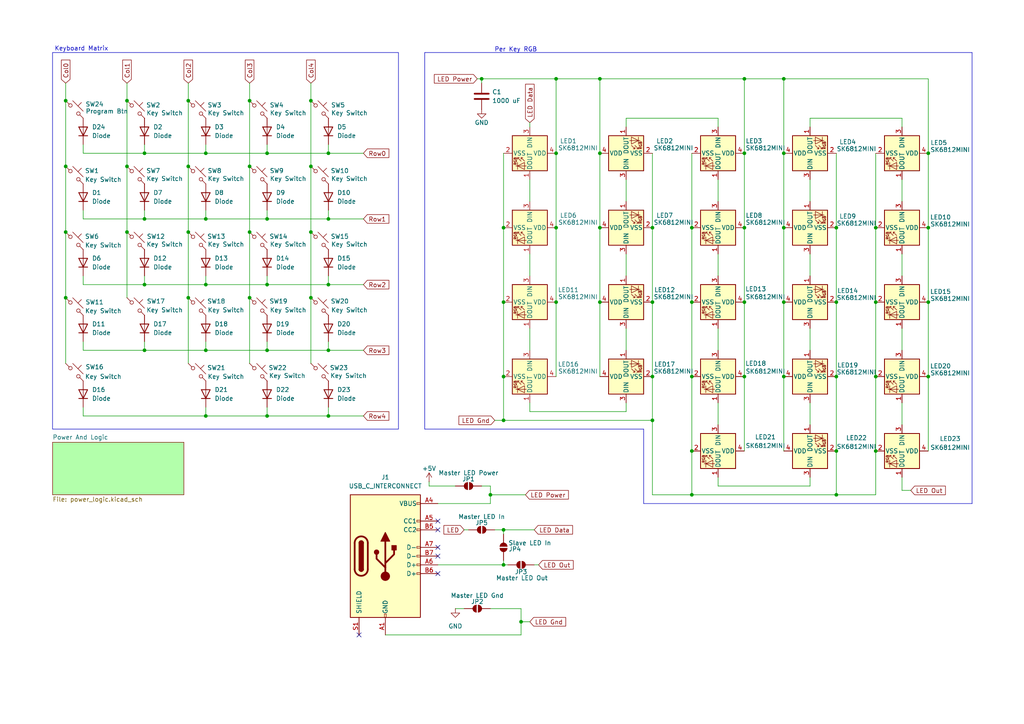
<source format=kicad_sch>
(kicad_sch (version 20250114) (generator "eeschema") (generator_version "9.0")
  (paper "A4")
  (lib_symbols
    (symbol "Connector:USB_C_Receptacle_USB2.0_14P" (pin_names (offset 1.016))
      (property "Reference" "J" (at 0 22.225 0))
      (property "Value" "USB_C_Receptacle_USB2.0_14P" (at 0 19.685 0))
      (symbol "USB_C_Receptacle_USB2.0_14P_1_1"
        (pin passive line (at -7.62 -22.86 90) (length 5.08) (name "SHIELD") (number "S1"))
        (pin passive line (at 0 -22.86 90) (length 5.08) (name "GND") (number "A1"))
        (pin passive line (at 0 -22.86 90) (length 5.08) (hide yes) (name "GND") (number "A12"))
        (pin passive line (at 0 -22.86 90) (length 5.08) (hide yes) (name "GND") (number "B1"))
        (pin passive line (at 0 -22.86 90) (length 5.08) (hide yes) (name "GND") (number "B12"))
        (pin passive line (at 15.24 15.24 180) (length 5.08) (name "VBUS") (number "A4"))
        (pin passive line (at 15.24 15.24 180) (length 5.08) (hide yes) (name "VBUS") (number "A9"))
        (pin passive line (at 15.24 15.24 180) (length 5.08) (hide yes) (name "VBUS") (number "B4"))
        (pin passive line (at 15.24 15.24 180) (length 5.08) (hide yes) (name "VBUS") (number "B9"))
        (pin bidirectional line (at 15.24 10.16 180) (length 5.08) (name "CC1") (number "A5"))
        (pin bidirectional line (at 15.24 7.62 180) (length 5.08) (name "CC2") (number "B5"))
        (pin bidirectional line (at 15.24 2.54 180) (length 5.08) (name "D-") (number "A7"))
        (pin bidirectional line (at 15.24 0 180) (length 5.08) (name "D-") (number "B7"))
        (pin bidirectional line (at 15.24 -2.54 180) (length 5.08) (name "D+") (number "A6"))
        (pin bidirectional line (at 15.24 -5.08 180) (length 5.08) (name "D+") (number "B6"))
      )
    )
    (symbol "Device:C" (pin_numbers (hide yes)) (pin_names (offset 0.254))
      (property "Reference" "C" (at 0.635 2.54 0))
      (property "Value" "C" (at 0.635 -2.54 0))
      (symbol "C_1_1"
        (pin passive line (at 0 3.81 270) (length 2.794) (name "~") (number "1"))
        (pin passive line (at 0 -3.81 90) (length 2.794) (name "~") (number "2"))
      )
    )
    (symbol "Diode:1N4148W" (pin_numbers (hide yes)) (pin_names (hide yes))
      (property "Reference" "D" (at 0 2.54 0))
      (property "Value" "1N4148W" (at 0 -2.54 0))
      (symbol "1N4148W_1_1"
        (pin passive line (at -3.81 0 0) (length 2.54) (name "K") (number "1"))
        (pin passive line (at 3.81 0 180) (length 2.54) (name "A") (number "2"))
      )
    )
    (symbol "Jumper:SolderJumper_2_Open" (pin_numbers (hide yes)) (pin_names (offset 0) (hide yes)) (in_bom no)
      (property "Reference" "JP" (at 0 2.032 0))
      (property "Value" "SolderJumper_2_Open" (at 0 -2.54 0))
      (symbol "SolderJumper_2_Open_1_1"
        (pin passive line (at -3.81 0 0) (length 2.54) (name "A") (number "1"))
        (pin passive line (at 3.81 0 180) (length 2.54) (name "B") (number "2"))
      )
    )
    (symbol "LED:SK6812MINI" (pin_names (offset 0.254))
      (property "Reference" "D" (at 5.08 5.715 0))
      (property "Value" "SK6812MINI" (at 1.27 -5.715 0))
      (symbol "SK6812MINI_0_0"
        (text "RGB" (at 2.286 -4.191 0) (effects (font (size 0.762 0.762))))
      )
      (symbol "SK6812MINI_1_1"
        (pin input line (at -7.62 0 0) (length 2.54) (name "DIN") (number "3"))
        (pin power_in line (at 0 7.62 270) (length 2.54) (name "VDD") (number "4"))
        (pin power_in line (at 0 -7.62 90) (length 2.54) (name "VSS") (number "2"))
        (pin output line (at 7.62 0 180) (length 2.54) (name "DOUT") (number "1"))
      )
    )
    (symbol "Switch:SW_Push_45deg" (pin_numbers (hide yes)) (pin_names (offset 1.016) (hide yes))
      (property "Reference" "SW" (at 3.048 1.016 0))
      (property "Value" "SW_Push_45deg" (at 0 -3.81 0))
      (symbol "SW_Push_45deg_0_1"
        (pin passive line (at -2.54 2.54 0) (length 0) (name "1") (number "1"))
        (pin passive line (at 2.54 -2.54 180) (length 0) (name "2") (number "2"))
      )
    )
    (symbol "power:+5V" (power) (pin_numbers (hide yes)) (pin_names (offset 0) (hide yes))
      (property "Value" "+5V" (at 0 3.556 0))
      (symbol "+5V_1_1"
        (pin power_in line (at 0 0 90) (length 0) (name "~") (number "1"))
      )
    )
    (symbol "power:GND" (power) (pin_numbers (hide yes)) (pin_names (offset 0) (hide yes))
      (property "Value" "GND" (at 0 -3.81 0))
      (symbol "GND_1_1"
        (pin power_in line (at 0 0 270) (length 0) (name "~") (number "1"))
      )
    )
  )
  (rectangle (start 15.24 15.24) (end 115.57 124.46))
  (text "Keyboard Matrix" (at 23.622 14.224 0) (effects (font (size 1.27 1.27))))
  (text "Per Key RGB\n" (at 149.606 14.478 0) (effects (font (size 1.27 1.27))))
  (junction (at 254 130.81))
  (junction (at 200.66 130.81))
  (junction (at 242.57 66.04))
  (junction (at 189.23 109.22))
  (junction (at 146.05 163.83))
  (junction (at 146.05 121.92))
  (junction (at 59.69 44.45))
  (junction (at 200.66 87.63))
  (junction (at 19.05 86.36))
  (junction (at 77.47 82.55))
  (junction (at 54.61 86.36))
  (junction (at 90.17 29.21))
  (junction (at 200.66 109.22))
  (junction (at 173.99 22.86))
  (junction (at 173.99 87.63))
  (junction (at 95.25 120.65))
  (junction (at 173.99 66.04))
  (junction (at 151.13 180.34))
  (junction (at 227.33 66.04))
  (junction (at 41.91 63.5))
  (junction (at 254 109.22))
  (junction (at 146.05 109.22))
  (junction (at 36.83 29.21))
  (junction (at 41.91 101.6))
  (junction (at 242.57 87.63))
  (junction (at 242.57 143.51))
  (junction (at 189.23 66.04))
  (junction (at 19.05 67.31))
  (junction (at 90.17 86.36))
  (junction (at 59.69 82.55))
  (junction (at 77.47 63.5))
  (junction (at 139.7 22.86))
  (junction (at 77.47 101.6))
  (junction (at 19.05 29.21))
  (junction (at 269.24 109.22))
  (junction (at 161.29 22.86))
  (junction (at 146.05 66.04))
  (junction (at 189.23 121.92))
  (junction (at 269.24 66.04))
  (junction (at 95.25 44.45))
  (junction (at 59.69 63.5))
  (junction (at 95.25 101.6))
  (junction (at 227.33 44.45))
  (junction (at 215.9 87.63))
  (junction (at 72.39 86.36))
  (junction (at 90.17 67.31))
  (junction (at 215.9 109.22))
  (junction (at 72.39 29.21))
  (junction (at 95.25 63.5))
  (junction (at 215.9 66.04))
  (junction (at 36.83 48.26))
  (junction (at 54.61 67.31))
  (junction (at 41.91 82.55))
  (junction (at 189.23 87.63))
  (junction (at 146.05 153.67))
  (junction (at 19.05 48.26))
  (junction (at 142.24 143.51))
  (junction (at 54.61 48.26))
  (junction (at 161.29 44.45))
  (junction (at 77.47 44.45))
  (junction (at 90.17 48.26))
  (junction (at 200.66 66.04))
  (junction (at 72.39 48.26))
  (junction (at 227.33 87.63))
  (junction (at 242.57 130.81))
  (junction (at 242.57 109.22))
  (junction (at 95.25 82.55))
  (junction (at 215.9 44.45))
  (junction (at 54.61 29.21))
  (junction (at 59.69 120.65))
  (junction (at 269.24 44.45))
  (junction (at 254 66.04))
  (junction (at 269.24 87.63))
  (junction (at 200.66 143.51))
  (junction (at 146.05 87.63))
  (junction (at 215.9 22.86))
  (junction (at 227.33 22.86))
  (junction (at 227.33 109.22))
  (junction (at 77.47 120.65))
  (junction (at 41.91 44.45))
  (junction (at 59.69 101.6))
  (junction (at 173.99 44.45))
  (junction (at 36.83 67.31))
  (junction (at 161.29 66.04))
  (junction (at 254 87.63))
  (junction (at 161.29 87.63))
  (junction (at 72.39 67.31))
  (no_connect (at 127 153.67))
  (no_connect (at 127 166.37))
  (no_connect (at 104.14 184.15))
  (no_connect (at 127 158.75))
  (no_connect (at 127 161.29))
  (no_connect (at 127 151.13))
  (wire (pts (xy 269.24 66.04) (xy 269.24 87.63)))
  (wire (pts (xy 227.33 44.45) (xy 227.33 66.04)))
  (wire (pts (xy 72.39 67.31) (xy 72.39 86.36)))
  (wire (pts (xy 200.66 44.45) (xy 200.66 66.04)))
  (polyline (pts (xy 186.69 146.05) (xy 186.69 124.46)))
  (wire (pts (xy 227.33 22.86) (xy 227.33 44.45)))
  (wire (pts (xy 261.62 95.25) (xy 261.62 101.6)))
  (wire (pts (xy 151.13 176.53) (xy 151.13 180.34)))
  (wire (pts (xy 189.23 87.63) (xy 189.23 109.22)))
  (wire (pts (xy 261.62 138.43) (xy 261.62 142.24)))
  (wire (pts (xy 72.39 24.13) (xy 72.39 29.21)))
  (wire (pts (xy 146.05 153.67) (xy 154.94 153.67)))
  (wire (pts (xy 146.05 66.04) (xy 146.05 87.63)))
  (wire (pts (xy 142.24 143.51) (xy 152.4 143.51)))
  (wire (pts (xy 36.83 67.31) (xy 36.83 86.36)))
  (wire (pts (xy 72.39 86.36) (xy 72.39 105.41)))
  (wire (pts (xy 269.24 44.45) (xy 269.24 66.04)))
  (wire (pts (xy 208.28 52.07) (xy 208.28 58.42)))
  (wire (pts (xy 95.25 44.45) (xy 105.41 44.45)))
  (wire (pts (xy 132.08 176.53) (xy 134.62 176.53)))
  (wire (pts (xy 72.39 29.21) (xy 72.39 48.26)))
  (wire (pts (xy 173.99 22.86) (xy 173.99 44.45)))
  (wire (pts (xy 261.62 34.29) (xy 261.62 36.83)))
  (wire (pts (xy 173.99 44.45) (xy 173.99 66.04)))
  (wire (pts (xy 215.9 22.86) (xy 215.9 44.45)))
  (wire (pts (xy 181.61 34.29) (xy 208.28 34.29)))
  (wire (pts (xy 181.61 73.66) (xy 181.61 80.01)))
  (wire (pts (xy 208.28 73.66) (xy 208.28 80.01)))
  (wire (pts (xy 59.69 63.5) (xy 77.47 63.5)))
  (wire (pts (xy 208.28 140.97) (xy 234.95 140.97)))
  (wire (pts (xy 24.13 99.06) (xy 24.13 101.6)))
  (wire (pts (xy 153.67 35.56) (xy 153.67 36.83)))
  (wire (pts (xy 242.57 143.51) (xy 200.66 143.51)))
  (wire (pts (xy 269.24 109.22) (xy 269.24 130.81)))
  (wire (pts (xy 19.05 29.21) (xy 19.05 48.26)))
  (wire (pts (xy 90.17 24.13) (xy 90.17 29.21)))
  (wire (pts (xy 95.25 99.06) (xy 95.25 101.6)))
  (wire (pts (xy 161.29 87.63) (xy 161.29 109.22)))
  (wire (pts (xy 95.25 118.11) (xy 95.25 120.65)))
  (wire (pts (xy 54.61 48.26) (xy 54.61 67.31)))
  (wire (pts (xy 173.99 66.04) (xy 173.99 87.63)))
  (wire (pts (xy 200.66 143.51) (xy 189.23 143.51)))
  (wire (pts (xy 254 130.81) (xy 254 143.51)))
  (wire (pts (xy 36.83 29.21) (xy 36.83 48.26)))
  (wire (pts (xy 181.61 116.84) (xy 181.61 119.38)))
  (wire (pts (xy 215.9 109.22) (xy 215.9 130.81)))
  (wire (pts (xy 208.28 116.84) (xy 208.28 123.19)))
  (wire (pts (xy 261.62 73.66) (xy 261.62 80.01)))
  (wire (pts (xy 41.91 99.06) (xy 41.91 101.6)))
  (wire (pts (xy 59.69 82.55) (xy 77.47 82.55)))
  (wire (pts (xy 200.66 109.22) (xy 200.66 130.81)))
  (wire (pts (xy 215.9 87.63) (xy 215.9 109.22)))
  (wire (pts (xy 269.24 87.63) (xy 269.24 109.22)))
  (wire (pts (xy 41.91 82.55) (xy 59.69 82.55)))
  (wire (pts (xy 139.7 22.86) (xy 161.29 22.86)))
  (wire (pts (xy 95.25 120.65) (xy 105.41 120.65)))
  (wire (pts (xy 77.47 101.6) (xy 95.25 101.6)))
  (wire (pts (xy 72.39 48.26) (xy 72.39 67.31)))
  (wire (pts (xy 59.69 101.6) (xy 77.47 101.6)))
  (wire (pts (xy 24.13 44.45) (xy 41.91 44.45)))
  (wire (pts (xy 146.05 153.67) (xy 146.05 154.94)))
  (wire (pts (xy 234.95 95.25) (xy 234.95 101.6)))
  (wire (pts (xy 261.62 116.84) (xy 261.62 123.19)))
  (wire (pts (xy 95.25 60.96) (xy 95.25 63.5)))
  (wire (pts (xy 77.47 99.06) (xy 77.47 101.6)))
  (wire (pts (xy 146.05 163.83) (xy 147.32 163.83)))
  (wire (pts (xy 215.9 44.45) (xy 215.9 66.04)))
  (wire (pts (xy 142.24 140.97) (xy 142.24 143.51)))
  (wire (pts (xy 95.25 82.55) (xy 105.41 82.55)))
  (wire (pts (xy 146.05 153.67) (xy 143.51 153.67)))
  (wire (pts (xy 269.24 22.86) (xy 269.24 44.45)))
  (wire (pts (xy 41.91 101.6) (xy 59.69 101.6)))
  (wire (pts (xy 77.47 60.96) (xy 77.47 63.5)))
  (wire (pts (xy 59.69 80.01) (xy 59.69 82.55)))
  (wire (pts (xy 261.62 142.24) (xy 264.16 142.24)))
  (wire (pts (xy 234.95 34.29) (xy 261.62 34.29)))
  (wire (pts (xy 77.47 41.91) (xy 77.47 44.45)))
  (wire (pts (xy 111.76 184.15) (xy 151.13 184.15)))
  (wire (pts (xy 143.51 121.92) (xy 146.05 121.92)))
  (wire (pts (xy 215.9 66.04) (xy 215.9 87.63)))
  (wire (pts (xy 189.23 44.45) (xy 189.23 66.04)))
  (wire (pts (xy 90.17 67.31) (xy 90.17 86.36)))
  (wire (pts (xy 41.91 41.91) (xy 41.91 44.45)))
  (wire (pts (xy 200.66 66.04) (xy 200.66 87.63)))
  (wire (pts (xy 153.67 116.84) (xy 153.67 119.38)))
  (wire (pts (xy 19.05 86.36) (xy 19.05 105.41)))
  (wire (pts (xy 77.47 63.5) (xy 95.25 63.5)))
  (wire (pts (xy 151.13 184.15) (xy 151.13 180.34)))
  (wire (pts (xy 254 44.45) (xy 254 66.04)))
  (wire (pts (xy 24.13 82.55) (xy 41.91 82.55)))
  (wire (pts (xy 127 163.83) (xy 146.05 163.83)))
  (wire (pts (xy 59.69 41.91) (xy 59.69 44.45)))
  (wire (pts (xy 59.69 44.45) (xy 77.47 44.45)))
  (wire (pts (xy 24.13 80.01) (xy 24.13 82.55)))
  (wire (pts (xy 24.13 41.91) (xy 24.13 44.45)))
  (wire (pts (xy 77.47 118.11) (xy 77.47 120.65)))
  (wire (pts (xy 254 87.63) (xy 254 109.22)))
  (wire (pts (xy 24.13 101.6) (xy 41.91 101.6)))
  (wire (pts (xy 242.57 130.81) (xy 242.57 143.51)))
  (wire (pts (xy 153.67 119.38) (xy 181.61 119.38)))
  (wire (pts (xy 227.33 66.04) (xy 227.33 87.63)))
  (wire (pts (xy 90.17 29.21) (xy 90.17 48.26)))
  (wire (pts (xy 124.46 140.97) (xy 132.08 140.97)))
  (wire (pts (xy 135.89 153.67) (xy 134.62 153.67)))
  (wire (pts (xy 181.61 95.25) (xy 181.61 101.6)))
  (wire (pts (xy 254 109.22) (xy 254 130.81)))
  (wire (pts (xy 234.95 140.97) (xy 234.95 138.43)))
  (wire (pts (xy 139.7 24.13) (xy 139.7 22.86)))
  (wire (pts (xy 153.67 95.25) (xy 153.67 101.6)))
  (polyline (pts (xy 123.19 15.24) (xy 281.94 15.24)))
  (wire (pts (xy 234.95 36.83) (xy 234.95 34.29)))
  (wire (pts (xy 234.95 52.07) (xy 234.95 58.42)))
  (wire (pts (xy 95.25 41.91) (xy 95.25 44.45)))
  (wire (pts (xy 41.91 44.45) (xy 59.69 44.45)))
  (wire (pts (xy 77.47 44.45) (xy 95.25 44.45)))
  (wire (pts (xy 77.47 82.55) (xy 95.25 82.55)))
  (wire (pts (xy 161.29 22.86) (xy 161.29 44.45)))
  (wire (pts (xy 189.23 121.92) (xy 146.05 121.92)))
  (wire (pts (xy 41.91 63.5) (xy 59.69 63.5)))
  (wire (pts (xy 254 66.04) (xy 254 87.63)))
  (wire (pts (xy 146.05 109.22) (xy 146.05 121.92)))
  (polyline (pts (xy 123.19 15.24) (xy 123.19 124.46)))
  (wire (pts (xy 181.61 52.07) (xy 181.61 58.42)))
  (wire (pts (xy 24.13 120.65) (xy 59.69 120.65)))
  (wire (pts (xy 151.13 180.34) (xy 153.67 180.34)))
  (wire (pts (xy 142.24 140.97) (xy 139.7 140.97)))
  (wire (pts (xy 161.29 66.04) (xy 161.29 87.63)))
  (wire (pts (xy 161.29 44.45) (xy 161.29 66.04)))
  (wire (pts (xy 95.25 101.6) (xy 105.41 101.6)))
  (polyline (pts (xy 281.94 146.05) (xy 186.69 146.05)))
  (polyline (pts (xy 186.69 124.46) (xy 123.19 124.46)))
  (wire (pts (xy 261.62 52.07) (xy 261.62 58.42)))
  (wire (pts (xy 36.83 48.26) (xy 36.83 67.31)))
  (wire (pts (xy 54.61 86.36) (xy 54.61 105.41)))
  (wire (pts (xy 77.47 80.01) (xy 77.47 82.55)))
  (wire (pts (xy 156.21 163.83) (xy 154.94 163.83)))
  (wire (pts (xy 54.61 29.21) (xy 54.61 48.26)))
  (wire (pts (xy 215.9 22.86) (xy 227.33 22.86)))
  (wire (pts (xy 208.28 138.43) (xy 208.28 140.97)))
  (wire (pts (xy 234.95 73.66) (xy 234.95 80.01)))
  (wire (pts (xy 146.05 44.45) (xy 146.05 66.04)))
  (wire (pts (xy 242.57 109.22) (xy 242.57 130.81)))
  (wire (pts (xy 242.57 44.45) (xy 242.57 66.04)))
  (wire (pts (xy 138.43 22.86) (xy 139.7 22.86)))
  (wire (pts (xy 142.24 143.51) (xy 142.24 146.05)))
  (wire (pts (xy 189.23 109.22) (xy 189.23 121.92)))
  (wire (pts (xy 41.91 60.96) (xy 41.91 63.5)))
  (wire (pts (xy 54.61 67.31) (xy 54.61 86.36)))
  (wire (pts (xy 19.05 67.31) (xy 19.05 86.36)))
  (wire (pts (xy 200.66 130.81) (xy 200.66 143.51)))
  (wire (pts (xy 146.05 162.56) (xy 146.05 163.83)))
  (wire (pts (xy 173.99 87.63) (xy 173.99 109.22)))
  (wire (pts (xy 19.05 48.26) (xy 19.05 67.31)))
  (wire (pts (xy 181.61 36.83) (xy 181.61 34.29)))
  (wire (pts (xy 59.69 120.65) (xy 77.47 120.65)))
  (wire (pts (xy 242.57 66.04) (xy 242.57 87.63)))
  (wire (pts (xy 227.33 109.22) (xy 227.33 130.81)))
  (wire (pts (xy 95.25 80.01) (xy 95.25 82.55)))
  (wire (pts (xy 189.23 66.04) (xy 189.23 87.63)))
  (wire (pts (xy 77.47 120.65) (xy 95.25 120.65)))
  (wire (pts (xy 41.91 80.01) (xy 41.91 82.55)))
  (wire (pts (xy 24.13 63.5) (xy 41.91 63.5)))
  (wire (pts (xy 200.66 87.63) (xy 200.66 109.22)))
  (wire (pts (xy 59.69 99.06) (xy 59.69 101.6)))
  (wire (pts (xy 161.29 22.86) (xy 173.99 22.86)))
  (wire (pts (xy 142.24 176.53) (xy 151.13 176.53)))
  (wire (pts (xy 59.69 60.96) (xy 59.69 63.5)))
  (wire (pts (xy 95.25 63.5) (xy 105.41 63.5)))
  (wire (pts (xy 146.05 87.63) (xy 146.05 109.22)))
  (wire (pts (xy 24.13 118.11) (xy 24.13 120.65)))
  (polyline (pts (xy 281.94 15.24) (xy 281.94 146.05)))
  (wire (pts (xy 208.28 34.29) (xy 208.28 36.83)))
  (wire (pts (xy 142.24 146.05) (xy 127 146.05)))
  (wire (pts (xy 254 143.51) (xy 242.57 143.51)))
  (wire (pts (xy 54.61 24.13) (xy 54.61 29.21)))
  (wire (pts (xy 242.57 87.63) (xy 242.57 109.22)))
  (wire (pts (xy 173.99 22.86) (xy 215.9 22.86)))
  (wire (pts (xy 189.23 143.51) (xy 189.23 121.92)))
  (wire (pts (xy 153.67 73.66) (xy 153.67 80.01)))
  (wire (pts (xy 234.95 116.84) (xy 234.95 123.19)))
  (wire (pts (xy 153.67 52.07) (xy 153.67 58.42)))
  (wire (pts (xy 124.46 139.7) (xy 124.46 140.97)))
  (wire (pts (xy 90.17 86.36) (xy 90.17 105.41)))
  (wire (pts (xy 24.13 60.96) (xy 24.13 63.5)))
  (wire (pts (xy 227.33 87.63) (xy 227.33 109.22)))
  (wire (pts (xy 59.69 118.11) (xy 59.69 120.65)))
  (wire (pts (xy 208.28 95.25) (xy 208.28 101.6)))
  (wire (pts (xy 227.33 22.86) (xy 269.24 22.86)))
  (wire (pts (xy 19.05 24.13) (xy 19.05 29.21)))
  (wire (pts (xy 36.83 24.13) (xy 36.83 29.21)))
  (wire (pts (xy 90.17 48.26) (xy 90.17 67.31)))
  (global_label "LED Data" (shape input) (at 153.67 35.56 90) (property "Intersheetrefs" "${INTERSHEET_REFS}" (effects (hide yes))))
  (global_label "Col0" (shape input) (at 19.05 24.13 90) (property "Intersheetrefs" "${INTERSHEET_REFS}" (effects (hide yes))))
  (global_label "LED Gnd" (shape input) (at 143.51 121.92 180) (property "Intersheetrefs" "${INTERSHEET_REFS}" (effects (hide yes))))
  (global_label "LED Out" (shape input) (at 156.21 163.83 0) (property "Intersheetrefs" "${INTERSHEET_REFS}" (effects (hide yes))))
  (global_label "Row4" (shape input) (at 105.41 120.65 0) (property "Intersheetrefs" "${INTERSHEET_REFS}" (effects (hide yes))))
  (global_label "LED" (shape input) (at 134.62 153.67 180) (property "Intersheetrefs" "${INTERSHEET_REFS}" (effects (hide yes))))
  (global_label "Col2" (shape input) (at 54.61 24.13 90) (property "Intersheetrefs" "${INTERSHEET_REFS}" (effects (hide yes))))
  (global_label "Col1" (shape input) (at 36.83 24.13 90) (property "Intersheetrefs" "${INTERSHEET_REFS}" (effects (hide yes))))
  (global_label "LED Power" (shape input) (at 152.4 143.51 0) (property "Intersheetrefs" "${INTERSHEET_REFS}" (effects (hide yes))))
  (global_label "Col4" (shape input) (at 90.17 24.13 90) (property "Intersheetrefs" "${INTERSHEET_REFS}" (effects (hide yes))))
  (global_label "LED Data" (shape input) (at 154.94 153.67 0) (property "Intersheetrefs" "${INTERSHEET_REFS}" (effects (hide yes))))
  (global_label "LED Out" (shape input) (at 264.16 142.24 0) (property "Intersheetrefs" "${INTERSHEET_REFS}" (effects (hide yes))))
  (global_label "LED Gnd" (shape input) (at 153.67 180.34 0) (property "Intersheetrefs" "${INTERSHEET_REFS}" (effects (hide yes))))
  (global_label "Row2" (shape input) (at 105.41 82.55 0) (property "Intersheetrefs" "${INTERSHEET_REFS}" (effects (hide yes))))
  (global_label "LED Power" (shape input) (at 138.43 22.86 180) (property "Intersheetrefs" "${INTERSHEET_REFS}" (effects (hide yes))))
  (global_label "Col3" (shape input) (at 72.39 24.13 90) (property "Intersheetrefs" "${INTERSHEET_REFS}" (effects (hide yes))))
  (global_label "Row3" (shape input) (at 105.41 101.6 0) (property "Intersheetrefs" "${INTERSHEET_REFS}" (effects (hide yes))))
  (global_label "Row0" (shape input) (at 105.41 44.45 0) (property "Intersheetrefs" "${INTERSHEET_REFS}" (effects (hide yes))))
  (global_label "Row1" (shape input) (at 105.41 63.5 0) (property "Intersheetrefs" "${INTERSHEET_REFS}" (effects (hide yes))))
  (symbol (lib_id "Switch:SW_Push_45deg") (at 74.93 31.75 0) (unit 1)
    (property "Reference" "SW4" (at 80.264 30.48 0))
    (property "Value" "Key Switch" (at 83.566 32.766 0))
    (property "Description" "Push button switch, normally open, two pins, 45° tilted" (effects (hide yes)))
  )
  (symbol (lib_id "Switch:SW_Push_45deg") (at 74.93 50.8 0) (unit 1)
    (property "Reference" "SW9" (at 80.264 49.53 0))
    (property "Value" "Key Switch" (at 83.566 51.816 0))
    (property "Description" "Push button switch, normally open, two pins, 45° tilted" (effects (hide yes)))
  )
  (symbol (lib_id "Diode:1N4148W") (at 77.47 38.1 90) (unit 1)
    (property "Reference" "D4" (at 80.01 36.8299 90) (effects (justify right)))
    (property "Value" "Diode" (at 80.01 39.3699 90) (effects (justify right)))
    (property "Footprint" "Diode_SMD:D_SOD-123" (effects (hide yes)))
    (property "Datasheet" "https://www.vishay.com/docs/85748/1n4148w.pdf" (effects (hide yes)))
    (property "Description" "75V 0.15A Fast Switching Diode, SOD-123" (effects (hide yes)))
    (property "Sim.Device" "D" (effects (hide yes)))
    (property "Sim.Pins" "1=K 2=A" (effects (hide yes)))
  )
  (symbol (lib_id "Switch:SW_Push_45deg") (at 57.15 69.85 0) (unit 1)
    (property "Reference" "SW13" (at 62.738 68.58 0))
    (property "Value" "Key Switch" (at 65.532 70.866 0))
    (property "Description" "Push button switch, normally open, two pins, 45° tilted" (effects (hide yes)))
  )
  (symbol (lib_id "Connector:USB_C_Receptacle_USB2.0_14P") (at 111.76 161.29 0) (unit 1)
    (property "Reference" "J1" (at 111.76 138.43 0))
    (property "Value" "USB_C_INTERCONNECT" (at 111.76 140.97 0))
    (property "Datasheet" "https://www.usb.org/sites/default/files/documents/usb_type-c.zip" (effects (hide yes)))
    (property "Description" "USB 2.0-only 14P Type-C Receptacle connector" (effects (hide yes)))
  )
  (symbol (lib_id "LED:SK6812MINI") (at 261.62 130.81 270) (unit 1)
    (property "Reference" "LED23" (at 275.59 127.254 90))
    (property "Value" "SK6812MINI" (at 275.59 129.794 90))
    (property "Footprint" "LED_SMD:LED_SK6812MINI_PLCC4_3.5x3.5mm_P1.75mm" (effects (hide yes)))
    (property "Datasheet" "https://cdn-shop.adafruit.com/product-files/2686/SK6812MINI_REV.01-1-2.pdf" (effects (hide yes)))
    (property "Description" "RGB LED with integrated controller" (effects (hide yes)))
  )
  (symbol (lib_id "Diode:1N4148W") (at 77.47 114.3 90) (unit 1)
    (property "Reference" "D22" (at 80.01 113.0299 90) (effects (justify right)))
    (property "Value" "Diode" (at 80.01 115.5699 90) (effects (justify right)))
    (property "Footprint" "Diode_SMD:D_SOD-123" (effects (hide yes)))
    (property "Datasheet" "https://www.vishay.com/docs/85748/1n4148w.pdf" (effects (hide yes)))
    (property "Description" "75V 0.15A Fast Switching Diode, SOD-123" (effects (hide yes)))
    (property "Sim.Device" "D" (effects (hide yes)))
    (property "Sim.Pins" "1=K 2=A" (effects (hide yes)))
  )
  (symbol (lib_id "LED:SK6812MINI") (at 261.62 109.22 270) (unit 1)
    (property "Reference" "LED20" (at 272.796 106.172 90))
    (property "Value" "SK6812MINI" (at 275.59 108.204 90))
    (property "Footprint" "LED_SMD:LED_SK6812MINI_PLCC4_3.5x3.5mm_P1.75mm" (effects (hide yes)))
    (property "Datasheet" "https://cdn-shop.adafruit.com/product-files/2686/SK6812MINI_REV.01-1-2.pdf" (effects (hide yes)))
    (property "Description" "RGB LED with integrated controller" (effects (hide yes)))
  )
  (symbol (lib_id "Switch:SW_Push_45deg") (at 21.59 69.85 0) (unit 1)
    (property "Reference" "SW6" (at 26.67 68.58 0))
    (property "Value" "Key Switch" (at 29.972 71.12 0))
    (property "Description" "Push button switch, normally open, two pins, 45° tilted" (effects (hide yes)))
  )
  (symbol (lib_id "Diode:1N4148W") (at 95.25 38.1 90) (unit 1)
    (property "Reference" "D5" (at 97.79 36.8299 90) (effects (justify right)))
    (property "Value" "Diode" (at 97.79 39.3699 90) (effects (justify right)))
    (property "Footprint" "Diode_SMD:D_SOD-123" (effects (hide yes)))
    (property "Datasheet" "https://www.vishay.com/docs/85748/1n4148w.pdf" (effects (hide yes)))
    (property "Description" "75V 0.15A Fast Switching Diode, SOD-123" (effects (hide yes)))
    (property "Sim.Device" "D" (effects (hide yes)))
    (property "Sim.Pins" "1=K 2=A" (effects (hide yes)))
  )
  (symbol (lib_id "Switch:SW_Push_45deg") (at 92.71 107.95 0) (unit 1)
    (property "Reference" "SW23" (at 98.298 106.68 0))
    (property "Value" "Key Switch" (at 101.092 108.966 0))
    (property "Description" "Push button switch, normally open, two pins, 45° tilted" (effects (hide yes)))
  )
  (symbol (lib_id "Diode:1N4148W") (at 59.69 38.1 90) (unit 1)
    (property "Reference" "D3" (at 62.23 36.8299 90) (effects (justify right)))
    (property "Value" "Diode" (at 62.23 39.3699 90) (effects (justify right)))
    (property "Footprint" "Diode_SMD:D_SOD-123" (effects (hide yes)))
    (property "Datasheet" "https://www.vishay.com/docs/85748/1n4148w.pdf" (effects (hide yes)))
    (property "Description" "75V 0.15A Fast Switching Diode, SOD-123" (effects (hide yes)))
    (property "Sim.Device" "D" (effects (hide yes)))
    (property "Sim.Pins" "1=K 2=A" (effects (hide yes)))
  )
  (symbol (lib_id "Diode:1N4148W") (at 77.47 76.2 90) (unit 1)
    (property "Reference" "D14" (at 80.01 74.9299 90) (effects (justify right)))
    (property "Value" "Diode" (at 80.01 77.4699 90) (effects (justify right)))
    (property "Footprint" "Diode_SMD:D_SOD-123" (effects (hide yes)))
    (property "Datasheet" "https://www.vishay.com/docs/85748/1n4148w.pdf" (effects (hide yes)))
    (property "Description" "75V 0.15A Fast Switching Diode, SOD-123" (effects (hide yes)))
    (property "Sim.Device" "D" (effects (hide yes)))
    (property "Sim.Pins" "1=K 2=A" (effects (hide yes)))
  )
  (symbol (lib_id "Switch:SW_Push_45deg") (at 21.59 88.9 0) (unit 1)
    (property "Reference" "SW11" (at 27.432 87.63 0))
    (property "Value" "Key Switch" (at 29.972 90.17 0))
    (property "Description" "Push button switch, normally open, two pins, 45° tilted" (effects (hide yes)))
  )
  (symbol (lib_id "LED:SK6812MINI") (at 261.62 44.45 270) (unit 1)
    (property "Reference" "LED5" (at 272.288 41.402 90))
    (property "Value" "SK6812MINI" (at 275.59 43.434 90))
    (property "Footprint" "LED_SMD:LED_SK6812MINI_PLCC4_3.5x3.5mm_P1.75mm" (effects (hide yes)))
    (property "Datasheet" "https://cdn-shop.adafruit.com/product-files/2686/SK6812MINI_REV.01-1-2.pdf" (effects (hide yes)))
    (property "Description" "RGB LED with integrated controller" (effects (hide yes)))
  )
  (symbol (lib_id "Switch:SW_Push_45deg") (at 57.15 88.9 0) (unit 1)
    (property "Reference" "SW18" (at 62.738 87.376 0))
    (property "Value" "Key Switch" (at 65.532 89.916 0))
    (property "Description" "Push button switch, normally open, two pins, 45° tilted" (effects (hide yes)))
  )
  (symbol (lib_id "LED:SK6812MINI") (at 234.95 130.81 90) (unit 1)
    (property "Reference" "LED22" (at 248.412 127 90))
    (property "Value" "SK6812MINI" (at 248.412 129.54 90))
    (property "Footprint" "LED_SMD:LED_SK6812MINI_PLCC4_3.5x3.5mm_P1.75mm" (effects (hide yes)))
    (property "Datasheet" "https://cdn-shop.adafruit.com/product-files/2686/SK6812MINI_REV.01-1-2.pdf" (effects (hide yes)))
    (property "Description" "RGB LED with integrated controller" (effects (hide yes)))
  )
  (symbol (lib_id "Jumper:SolderJumper_2_Open") (at 138.43 176.53 180) (unit 1) (in_bom no)
    (property "Reference" "JP2" (at 138.43 174.498 0))
    (property "Value" "Master LED Gnd" (at 138.43 172.72 0))
    (property "Description" "Solder Jumper, 2-pole, open" (effects (hide yes)))
  )
  (symbol (lib_id "Diode:1N4148W") (at 24.13 95.25 90) (unit 1)
    (property "Reference" "D11" (at 26.67 93.9799 90) (effects (justify right)))
    (property "Value" "Diode" (at 26.67 96.5199 90) (effects (justify right)))
    (property "Footprint" "Diode_SMD:D_SOD-123" (effects (hide yes)))
    (property "Datasheet" "https://www.vishay.com/docs/85748/1n4148w.pdf" (effects (hide yes)))
    (property "Description" "75V 0.15A Fast Switching Diode, SOD-123" (effects (hide yes)))
    (property "Sim.Device" "D" (effects (hide yes)))
    (property "Sim.Pins" "1=K 2=A" (effects (hide yes)))
  )
  (symbol (lib_id "Diode:1N4148W") (at 59.69 114.3 90) (unit 1)
    (property "Reference" "D21" (at 62.23 113.0299 90) (effects (justify right)))
    (property "Value" "Diode" (at 62.23 115.5699 90) (effects (justify right)))
    (property "Footprint" "Diode_SMD:D_SOD-123" (effects (hide yes)))
    (property "Datasheet" "https://www.vishay.com/docs/85748/1n4148w.pdf" (effects (hide yes)))
    (property "Description" "75V 0.15A Fast Switching Diode, SOD-123" (effects (hide yes)))
    (property "Sim.Device" "D" (effects (hide yes)))
    (property "Sim.Pins" "1=K 2=A" (effects (hide yes)))
  )
  (symbol (lib_id "power:+5V") (at 124.46 139.7 0) (unit 1)
    (property "Reference" "#PWR07" (effects (hide yes)))
    (property "Value" "+5V" (at 124.46 135.89 0))
    (property "Description" "Power symbol creates a global label with name \"+5V\"" (effects (hide yes)))
  )
  (symbol (lib_id "LED:SK6812MINI") (at 234.95 66.04 90) (unit 1)
    (property "Reference" "LED9" (at 245.872 62.738 90))
    (property "Value" "SK6812MINI" (at 248.412 64.77 90))
    (property "Footprint" "LED_SMD:LED_SK6812MINI_PLCC4_3.5x3.5mm_P1.75mm" (effects (hide yes)))
    (property "Datasheet" "https://cdn-shop.adafruit.com/product-files/2686/SK6812MINI_REV.01-1-2.pdf" (effects (hide yes)))
    (property "Description" "RGB LED with integrated controller" (effects (hide yes)))
  )
  (symbol (lib_id "Switch:SW_Push_45deg") (at 21.59 31.75 0) (unit 1)
    (property "Reference" "SW24" (at 27.432 30.226 0))
    (property "Value" "Program Btn" (at 30.988 32.258 0))
    (property "Description" "Push button switch, normally open, two pins, 45° tilted" (effects (hide yes)))
  )
  (symbol (lib_id "Jumper:SolderJumper_2_Open") (at 151.13 163.83 0) (unit 1) (in_bom no)
    (property "Reference" "JP3" (at 151.13 165.862 0))
    (property "Value" "Master LED Out" (at 151.384 167.64 0))
    (property "Description" "Solder Jumper, 2-pole, open" (effects (hide yes)))
  )
  (symbol (lib_id "Switch:SW_Push_45deg") (at 92.71 69.85 0) (unit 1)
    (property "Reference" "SW15" (at 98.552 68.58 0))
    (property "Value" "Key Switch" (at 101.346 70.866 0))
    (property "Description" "Push button switch, normally open, two pins, 45° tilted" (effects (hide yes)))
  )
  (symbol (lib_id "LED:SK6812MINI") (at 181.61 66.04 90) (unit 1)
    (property "Reference" "LED7" (at 192.786 62.484 90))
    (property "Value" "SK6812MINI" (at 195.326 64.516 90))
    (property "Footprint" "LED_SMD:LED_SK6812MINI_PLCC4_3.5x3.5mm_P1.75mm" (effects (hide yes)))
    (property "Datasheet" "https://cdn-shop.adafruit.com/product-files/2686/SK6812MINI_REV.01-1-2.pdf" (effects (hide yes)))
    (property "Description" "RGB LED with integrated controller" (effects (hide yes)))
  )
  (symbol (lib_id "LED:SK6812MINI") (at 234.95 44.45 90) (unit 1)
    (property "Reference" "LED4" (at 245.872 41.148 90))
    (property "Value" "SK6812MINI" (at 248.412 43.18 90))
    (property "Footprint" "LED_SMD:LED_SK6812MINI_PLCC4_3.5x3.5mm_P1.75mm" (effects (hide yes)))
    (property "Datasheet" "https://cdn-shop.adafruit.com/product-files/2686/SK6812MINI_REV.01-1-2.pdf" (effects (hide yes)))
    (property "Description" "RGB LED with integrated controller" (effects (hide yes)))
  )
  (symbol (lib_id "LED:SK6812MINI") (at 261.62 66.04 270) (unit 1)
    (property "Reference" "LED10" (at 272.796 62.992 90))
    (property "Value" "SK6812MINI" (at 275.59 65.024 90))
    (property "Footprint" "LED_SMD:LED_SK6812MINI_PLCC4_3.5x3.5mm_P1.75mm" (effects (hide yes)))
    (property "Datasheet" "https://cdn-shop.adafruit.com/product-files/2686/SK6812MINI_REV.01-1-2.pdf" (effects (hide yes)))
    (property "Description" "RGB LED with integrated controller" (effects (hide yes)))
  )
  (symbol (lib_id "Switch:SW_Push_45deg") (at 92.71 50.8 0) (unit 1)
    (property "Reference" "SW10" (at 98.552 49.53 0))
    (property "Value" "Key Switch" (at 101.346 51.816 0))
    (property "Description" "Push button switch, normally open, two pins, 45° tilted" (effects (hide yes)))
  )
  (symbol (lib_id "Diode:1N4148W") (at 41.91 57.15 90) (unit 1)
    (property "Reference" "D7" (at 44.45 55.8799 90) (effects (justify right)))
    (property "Value" "Diode" (at 44.45 58.4199 90) (effects (justify right)))
    (property "Footprint" "Diode_SMD:D_SOD-123" (effects (hide yes)))
    (property "Datasheet" "https://www.vishay.com/docs/85748/1n4148w.pdf" (effects (hide yes)))
    (property "Description" "75V 0.15A Fast Switching Diode, SOD-123" (effects (hide yes)))
    (property "Sim.Device" "D" (effects (hide yes)))
    (property "Sim.Pins" "1=K 2=A" (effects (hide yes)))
  )
  (symbol (lib_id "Diode:1N4148W") (at 24.13 114.3 90) (unit 1)
    (property "Reference" "D16" (at 26.67 113.0299 90) (effects (justify right)))
    (property "Value" "Diode" (at 26.67 115.5699 90) (effects (justify right)))
    (property "Footprint" "Diode_SMD:D_SOD-123" (effects (hide yes)))
    (property "Datasheet" "https://www.vishay.com/docs/85748/1n4148w.pdf" (effects (hide yes)))
    (property "Description" "75V 0.15A Fast Switching Diode, SOD-123" (effects (hide yes)))
    (property "Sim.Device" "D" (effects (hide yes)))
    (property "Sim.Pins" "1=K 2=A" (effects (hide yes)))
  )
  (symbol (lib_id "Diode:1N4148W") (at 95.25 57.15 90) (unit 1)
    (property "Reference" "D10" (at 97.79 55.8799 90) (effects (justify right)))
    (property "Value" "Diode" (at 97.79 58.4199 90) (effects (justify right)))
    (property "Footprint" "Diode_SMD:D_SOD-123" (effects (hide yes)))
    (property "Datasheet" "https://www.vishay.com/docs/85748/1n4148w.pdf" (effects (hide yes)))
    (property "Description" "75V 0.15A Fast Switching Diode, SOD-123" (effects (hide yes)))
    (property "Sim.Device" "D" (effects (hide yes)))
    (property "Sim.Pins" "1=K 2=A" (effects (hide yes)))
  )
  (symbol (lib_id "Diode:1N4148W") (at 41.91 95.25 90) (unit 1)
    (property "Reference" "D17" (at 44.45 93.9799 90) (effects (justify right)))
    (property "Value" "Diode" (at 44.45 96.5199 90) (effects (justify right)))
    (property "Footprint" "Diode_SMD:D_SOD-123" (effects (hide yes)))
    (property "Datasheet" "https://www.vishay.com/docs/85748/1n4148w.pdf" (effects (hide yes)))
    (property "Description" "75V 0.15A Fast Switching Diode, SOD-123" (effects (hide yes)))
    (property "Sim.Device" "D" (effects (hide yes)))
    (property "Sim.Pins" "1=K 2=A" (effects (hide yes)))
  )
  (symbol (lib_id "LED:SK6812MINI") (at 234.95 109.22 90) (unit 1)
    (property "Reference" "LED19" (at 245.872 105.918 90))
    (property "Value" "SK6812MINI" (at 248.412 107.95 90))
    (property "Footprint" "LED_SMD:LED_SK6812MINI_PLCC4_3.5x3.5mm_P1.75mm" (effects (hide yes)))
    (property "Datasheet" "https://cdn-shop.adafruit.com/product-files/2686/SK6812MINI_REV.01-1-2.pdf" (effects (hide yes)))
    (property "Description" "RGB LED with integrated controller" (effects (hide yes)))
  )
  (symbol (lib_id "Switch:SW_Push_45deg") (at 39.37 50.8 0) (unit 1)
    (property "Reference" "SW7" (at 44.45 49.53 0))
    (property "Value" "Key Switch" (at 47.752 51.816 0))
    (property "Description" "Push button switch, normally open, two pins, 45° tilted" (effects (hide yes)))
  )
  (symbol (lib_id "LED:SK6812MINI") (at 181.61 87.63 90) (unit 1)
    (property "Reference" "LED12" (at 192.786 84.074 90))
    (property "Value" "SK6812MINI" (at 195.326 86.106 90))
    (property "Footprint" "LED_SMD:LED_SK6812MINI_PLCC4_3.5x3.5mm_P1.75mm" (effects (hide yes)))
    (property "Datasheet" "https://cdn-shop.adafruit.com/product-files/2686/SK6812MINI_REV.01-1-2.pdf" (effects (hide yes)))
    (property "Description" "RGB LED with integrated controller" (effects (hide yes)))
  )
  (symbol (lib_id "Diode:1N4148W") (at 59.69 76.2 90) (unit 1)
    (property "Reference" "D13" (at 62.23 74.9299 90) (effects (justify right)))
    (property "Value" "Diode" (at 62.23 77.4699 90) (effects (justify right)))
    (property "Footprint" "Diode_SMD:D_SOD-123" (effects (hide yes)))
    (property "Datasheet" "https://www.vishay.com/docs/85748/1n4148w.pdf" (effects (hide yes)))
    (property "Description" "75V 0.15A Fast Switching Diode, SOD-123" (effects (hide yes)))
    (property "Sim.Device" "D" (effects (hide yes)))
    (property "Sim.Pins" "1=K 2=A" (effects (hide yes)))
  )
  (symbol (lib_id "Jumper:SolderJumper_2_Open") (at 146.05 158.75 270) (unit 1) (in_bom no)
    (property "Reference" "JP4" (at 149.352 159.258 90))
    (property "Value" "Slave LED In" (at 153.67 157.48 90))
    (property "Description" "Solder Jumper, 2-pole, open" (effects (hide yes)))
  )
  (symbol (lib_id "Switch:SW_Push_45deg") (at 39.37 69.85 0) (unit 1)
    (property "Reference" "SW12" (at 45.212 68.58 0))
    (property "Value" "Key Switch" (at 47.752 70.866 0))
    (property "Description" "Push button switch, normally open, two pins, 45° tilted" (effects (hide yes)))
  )
  (symbol (lib_id "LED:SK6812MINI") (at 208.28 109.22 270) (unit 1)
    (property "Reference" "LED18" (at 219.202 105.41 90))
    (property "Value" "SK6812MINI" (at 221.996 107.696 90))
    (property "Footprint" "LED_SMD:LED_SK6812MINI_PLCC4_3.5x3.5mm_P1.75mm" (effects (hide yes)))
    (property "Datasheet" "https://cdn-shop.adafruit.com/product-files/2686/SK6812MINI_REV.01-1-2.pdf" (effects (hide yes)))
    (property "Description" "RGB LED with integrated controller" (effects (hide yes)))
  )
  (symbol (lib_id "LED:SK6812MINI") (at 208.28 66.04 270) (unit 1)
    (property "Reference" "LED8" (at 218.694 62.484 90))
    (property "Value" "SK6812MINI" (at 221.996 64.516 90))
    (property "Footprint" "LED_SMD:LED_SK6812MINI_PLCC4_3.5x3.5mm_P1.75mm" (effects (hide yes)))
    (property "Datasheet" "https://cdn-shop.adafruit.com/product-files/2686/SK6812MINI_REV.01-1-2.pdf" (effects (hide yes)))
    (property "Description" "RGB LED with integrated controller" (effects (hide yes)))
  )
  (symbol (lib_id "LED:SK6812MINI") (at 153.67 87.63 270) (unit 1)
    (property "Reference" "LED11" (at 164.846 84.074 90))
    (property "Value" "SK6812MINI" (at 167.64 86.106 90))
    (property "Footprint" "LED_SMD:LED_SK6812MINI_PLCC4_3.5x3.5mm_P1.75mm" (effects (hide yes)))
    (property "Datasheet" "https://cdn-shop.adafruit.com/product-files/2686/SK6812MINI_REV.01-1-2.pdf" (effects (hide yes)))
    (property "Description" "RGB LED with integrated controller" (effects (hide yes)))
  )
  (symbol (lib_id "Switch:SW_Push_45deg") (at 74.93 69.85 0) (unit 1)
    (property "Reference" "SW14" (at 80.772 68.58 0))
    (property "Value" "Key Switch" (at 83.566 70.866 0))
    (property "Description" "Push button switch, normally open, two pins, 45° tilted" (effects (hide yes)))
  )
  (symbol (lib_id "Diode:1N4148W") (at 95.25 76.2 90) (unit 1)
    (property "Reference" "D15" (at 97.79 74.9299 90) (effects (justify right)))
    (property "Value" "Diode" (at 97.79 77.4699 90) (effects (justify right)))
    (property "Footprint" "Diode_SMD:D_SOD-123" (effects (hide yes)))
    (property "Datasheet" "https://www.vishay.com/docs/85748/1n4148w.pdf" (effects (hide yes)))
    (property "Description" "75V 0.15A Fast Switching Diode, SOD-123" (effects (hide yes)))
    (property "Sim.Device" "D" (effects (hide yes)))
    (property "Sim.Pins" "1=K 2=A" (effects (hide yes)))
  )
  (symbol (lib_id "LED:SK6812MINI") (at 153.67 109.22 270) (unit 1)
    (property "Reference" "LED16" (at 164.846 105.664 90))
    (property "Value" "SK6812MINI" (at 167.64 107.696 90))
    (property "Footprint" "LED_SMD:LED_SK6812MINI_PLCC4_3.5x3.5mm_P1.75mm" (effects (hide yes)))
    (property "Datasheet" "https://cdn-shop.adafruit.com/product-files/2686/SK6812MINI_REV.01-1-2.pdf" (effects (hide yes)))
    (property "Description" "RGB LED with integrated controller" (effects (hide yes)))
  )
  (symbol (lib_id "Diode:1N4148W") (at 41.91 38.1 90) (unit 1)
    (property "Reference" "D2" (at 44.45 36.8299 90) (effects (justify right)))
    (property "Value" "Diode" (at 44.45 39.3699 90) (effects (justify right)))
    (property "Footprint" "Diode_SMD:D_SOD-123" (effects (hide yes)))
    (property "Datasheet" "https://www.vishay.com/docs/85748/1n4148w.pdf" (effects (hide yes)))
    (property "Description" "75V 0.15A Fast Switching Diode, SOD-123" (effects (hide yes)))
    (property "Sim.Device" "D" (effects (hide yes)))
    (property "Sim.Pins" "1=K 2=A" (effects (hide yes)))
  )
  (symbol (lib_id "Switch:SW_Push_45deg") (at 57.15 50.8 0) (unit 1)
    (property "Reference" "SW8" (at 62.23 49.53 0))
    (property "Value" "Key Switch" (at 65.532 51.816 0))
    (property "Description" "Push button switch, normally open, two pins, 45° tilted" (effects (hide yes)))
  )
  (symbol (lib_id "Jumper:SolderJumper_2_Open") (at 135.89 140.97 0) (unit 1) (in_bom no)
    (property "Reference" "JP1" (at 135.89 138.938 0))
    (property "Value" "Master LED Power" (at 135.89 137.16 0))
    (property "Description" "Solder Jumper, 2-pole, open" (effects (hide yes)))
  )
  (symbol (lib_id "Switch:SW_Push_45deg") (at 74.93 88.9 0) (unit 1)
    (property "Reference" "SW19" (at 80.772 87.376 0))
    (property "Value" "Key Switch" (at 83.566 89.916 0))
    (property "Description" "Push button switch, normally open, two pins, 45° tilted" (effects (hide yes)))
  )
  (symbol (lib_id "Diode:1N4148W") (at 24.13 76.2 90) (unit 1)
    (property "Reference" "D6" (at 26.67 74.9299 90) (effects (justify right)))
    (property "Value" "Diode" (at 26.67 77.4699 90) (effects (justify right)))
    (property "Footprint" "Diode_SMD:D_SOD-123" (effects (hide yes)))
    (property "Datasheet" "https://www.vishay.com/docs/85748/1n4148w.pdf" (effects (hide yes)))
    (property "Description" "75V 0.15A Fast Switching Diode, SOD-123" (effects (hide yes)))
    (property "Sim.Device" "D" (effects (hide yes)))
    (property "Sim.Pins" "1=K 2=A" (effects (hide yes)))
  )
  (symbol (lib_id "Device:C") (at 139.7 27.94 0) (unit 1)
    (property "Reference" "C1" (at 142.748 26.67 0) (effects (justify left)))
    (property "Value" "1000 uF" (at 142.748 29.21 0) (effects (justify left)))
    (property "Description" "Unpolarized capacitor" (effects (hide yes)))
  )
  (symbol (lib_id "LED:SK6812MINI") (at 153.67 44.45 270) (unit 1)
    (property "Reference" "LED1" (at 164.846 40.894 90))
    (property "Value" "SK6812MINI" (at 167.64 42.926 90))
    (property "Footprint" "LED_SMD:LED_SK6812MINI_PLCC4_3.5x3.5mm_P1.75mm" (effects (hide yes)))
    (property "Datasheet" "https://cdn-shop.adafruit.com/product-files/2686/SK6812MINI_REV.01-1-2.pdf" (effects (hide yes)))
    (property "Description" "RGB LED with integrated controller" (effects (hide yes)))
  )
  (symbol (lib_id "LED:SK6812MINI") (at 208.28 44.45 270) (unit 1)
    (property "Reference" "LED3" (at 218.694 40.894 90))
    (property "Value" "SK6812MINI" (at 221.996 42.926 90))
    (property "Footprint" "LED_SMD:LED_SK6812MINI_PLCC4_3.5x3.5mm_P1.75mm" (effects (hide yes)))
    (property "Datasheet" "https://cdn-shop.adafruit.com/product-files/2686/SK6812MINI_REV.01-1-2.pdf" (effects (hide yes)))
    (property "Description" "RGB LED with integrated controller" (effects (hide yes)))
  )
  (symbol (lib_id "Switch:SW_Push_45deg") (at 39.37 88.9 0) (unit 1)
    (property "Reference" "SW17" (at 45.212 87.376 0))
    (property "Value" "Key Switch" (at 47.752 89.916 0))
    (property "Description" "Push button switch, normally open, two pins, 45° tilted" (effects (hide yes)))
  )
  (symbol (lib_id "Jumper:SolderJumper_2_Open") (at 139.7 153.67 180) (unit 1) (in_bom no)
    (property "Reference" "JP5" (at 139.7 151.638 0))
    (property "Value" "Master LED In" (at 139.7 149.86 0))
    (property "Description" "Solder Jumper, 2-pole, open" (effects (hide yes)))
  )
  (symbol (lib_id "Diode:1N4148W") (at 24.13 57.15 90) (unit 1)
    (property "Reference" "D1" (at 26.67 55.8799 90) (effects (justify right)))
    (property "Value" "Diode" (at 26.67 58.4199 90) (effects (justify right)))
    (property "Footprint" "Diode_SMD:D_SOD-123" (effects (hide yes)))
    (property "Datasheet" "https://www.vishay.com/docs/85748/1n4148w.pdf" (effects (hide yes)))
    (property "Description" "75V 0.15A Fast Switching Diode, SOD-123" (effects (hide yes)))
    (property "Sim.Device" "D" (effects (hide yes)))
    (property "Sim.Pins" "1=K 2=A" (effects (hide yes)))
  )
  (symbol (lib_id "Diode:1N4148W") (at 77.47 95.25 90) (unit 1)
    (property "Reference" "D19" (at 80.01 93.9799 90) (effects (justify right)))
    (property "Value" "Diode" (at 80.01 96.5199 90) (effects (justify right)))
    (property "Footprint" "Diode_SMD:D_SOD-123" (effects (hide yes)))
    (property "Datasheet" "https://www.vishay.com/docs/85748/1n4148w.pdf" (effects (hide yes)))
    (property "Description" "75V 0.15A Fast Switching Diode, SOD-123" (effects (hide yes)))
    (property "Sim.Device" "D" (effects (hide yes)))
    (property "Sim.Pins" "1=K 2=A" (effects (hide yes)))
  )
  (symbol (lib_id "LED:SK6812MINI") (at 234.95 87.63 90) (unit 1)
    (property "Reference" "LED14" (at 245.872 84.328 90))
    (property "Value" "SK6812MINI" (at 248.412 86.36 90))
    (property "Footprint" "LED_SMD:LED_SK6812MINI_PLCC4_3.5x3.5mm_P1.75mm" (effects (hide yes)))
    (property "Datasheet" "https://cdn-shop.adafruit.com/product-files/2686/SK6812MINI_REV.01-1-2.pdf" (effects (hide yes)))
    (property "Description" "RGB LED with integrated controller" (effects (hide yes)))
  )
  (symbol (lib_id "Diode:1N4148W") (at 41.91 76.2 90) (unit 1)
    (property "Reference" "D12" (at 44.45 74.9299 90) (effects (justify right)))
    (property "Value" "Diode" (at 44.45 77.4699 90) (effects (justify right)))
    (property "Footprint" "Diode_SMD:D_SOD-123" (effects (hide yes)))
    (property "Datasheet" "https://www.vishay.com/docs/85748/1n4148w.pdf" (effects (hide yes)))
    (property "Description" "75V 0.15A Fast Switching Diode, SOD-123" (effects (hide yes)))
    (property "Sim.Device" "D" (effects (hide yes)))
    (property "Sim.Pins" "1=K 2=A" (effects (hide yes)))
  )
  (symbol (lib_id "LED:SK6812MINI") (at 181.61 109.22 90) (unit 1)
    (property "Reference" "LED17" (at 192.786 105.664 90))
    (property "Value" "SK6812MINI" (at 195.326 107.696 90))
    (property "Footprint" "LED_SMD:LED_SK6812MINI_PLCC4_3.5x3.5mm_P1.75mm" (effects (hide yes)))
    (property "Datasheet" "https://cdn-shop.adafruit.com/product-files/2686/SK6812MINI_REV.01-1-2.pdf" (effects (hide yes)))
    (property "Description" "RGB LED with integrated controller" (effects (hide yes)))
  )
  (symbol (lib_id "Switch:SW_Push_45deg") (at 39.37 31.75 0) (unit 1)
    (property "Reference" "SW2" (at 44.45 30.48 0))
    (property "Value" "Key Switch" (at 47.752 32.766 0))
    (property "Description" "Push button switch, normally open, two pins, 45° tilted" (effects (hide yes)))
  )
  (symbol (lib_id "Switch:SW_Push_45deg") (at 21.59 50.8 0) (unit 1)
    (property "Reference" "SW1" (at 26.67 49.53 0))
    (property "Value" "Key Switch" (at 29.972 52.07 0))
    (property "Description" "Push button switch, normally open, two pins, 45° tilted" (effects (hide yes)))
  )
  (symbol (lib_id "Switch:SW_Push_45deg") (at 57.15 31.75 0) (unit 1)
    (property "Reference" "SW3" (at 62.23 30.48 0))
    (property "Value" "Key Switch" (at 65.532 32.766 0))
    (property "Description" "Push button switch, normally open, two pins, 45° tilted" (effects (hide yes)))
  )
  (symbol (lib_id "power:GND") (at 132.08 176.53 0) (unit 1)
    (property "Reference" "#PWR01" (effects (hide yes)))
    (property "Value" "GND" (at 132.08 181.61 0))
    (property "Description" "Power symbol creates a global label with name \"GND\" , ground" (effects (hide yes)))
  )
  (symbol (lib_id "Switch:SW_Push_45deg") (at 74.93 107.95 0) (unit 1)
    (property "Reference" "SW22" (at 80.518 106.68 0))
    (property "Value" "Key Switch" (at 83.312 108.966 0))
    (property "Description" "Push button switch, normally open, two pins, 45° tilted" (effects (hide yes)))
  )
  (symbol (lib_id "Diode:1N4148W") (at 59.69 95.25 90) (unit 1)
    (property "Reference" "D18" (at 62.23 93.9799 90) (effects (justify right)))
    (property "Value" "Diode" (at 62.23 96.5199 90) (effects (justify right)))
    (property "Footprint" "Diode_SMD:D_SOD-123" (effects (hide yes)))
    (property "Datasheet" "https://www.vishay.com/docs/85748/1n4148w.pdf" (effects (hide yes)))
    (property "Description" "75V 0.15A Fast Switching Diode, SOD-123" (effects (hide yes)))
    (property "Sim.Device" "D" (effects (hide yes)))
    (property "Sim.Pins" "1=K 2=A" (effects (hide yes)))
  )
  (symbol (lib_id "Diode:1N4148W") (at 95.25 114.3 90) (unit 1)
    (property "Reference" "D23" (at 97.79 113.0299 90) (effects (justify right)))
    (property "Value" "Diode" (at 97.79 115.5699 90) (effects (justify right)))
    (property "Footprint" "Diode_SMD:D_SOD-123" (effects (hide yes)))
    (property "Datasheet" "https://www.vishay.com/docs/85748/1n4148w.pdf" (effects (hide yes)))
    (property "Description" "75V 0.15A Fast Switching Diode, SOD-123" (effects (hide yes)))
    (property "Sim.Device" "D" (effects (hide yes)))
    (property "Sim.Pins" "1=K 2=A" (effects (hide yes)))
  )
  (symbol (lib_id "Diode:1N4148W") (at 24.13 38.1 90) (unit 1)
    (property "Reference" "D24" (at 26.67 36.8299 90) (effects (justify right)))
    (property "Value" "Diode" (at 26.67 39.3699 90) (effects (justify right)))
    (property "Footprint" "Diode_SMD:D_SOD-123" (effects (hide yes)))
    (property "Datasheet" "https://www.vishay.com/docs/85748/1n4148w.pdf" (effects (hide yes)))
    (property "Description" "75V 0.15A Fast Switching Diode, SOD-123" (effects (hide yes)))
    (property "Sim.Device" "D" (effects (hide yes)))
    (property "Sim.Pins" "1=K 2=A" (effects (hide yes)))
  )
  (symbol (lib_id "Diode:1N4148W") (at 95.25 95.25 90) (unit 1)
    (property "Reference" "D20" (at 97.79 93.9799 90) (effects (justify right)))
    (property "Value" "Diode" (at 97.79 96.5199 90) (effects (justify right)))
    (property "Footprint" "Diode_SMD:D_SOD-123" (effects (hide yes)))
    (property "Datasheet" "https://www.vishay.com/docs/85748/1n4148w.pdf" (effects (hide yes)))
    (property "Description" "75V 0.15A Fast Switching Diode, SOD-123" (effects (hide yes)))
    (property "Sim.Device" "D" (effects (hide yes)))
    (property "Sim.Pins" "1=K 2=A" (effects (hide yes)))
  )
  (symbol (lib_id "Diode:1N4148W") (at 77.47 57.15 90) (unit 1)
    (property "Reference" "D9" (at 80.01 55.8799 90) (effects (justify right)))
    (property "Value" "Diode" (at 80.01 58.4199 90) (effects (justify right)))
    (property "Footprint" "Diode_SMD:D_SOD-123" (effects (hide yes)))
    (property "Datasheet" "https://www.vishay.com/docs/85748/1n4148w.pdf" (effects (hide yes)))
    (property "Description" "75V 0.15A Fast Switching Diode, SOD-123" (effects (hide yes)))
    (property "Sim.Device" "D" (effects (hide yes)))
    (property "Sim.Pins" "1=K 2=A" (effects (hide yes)))
  )
  (symbol (lib_id "Switch:SW_Push_45deg") (at 92.71 31.75 0) (unit 1)
    (property "Reference" "SW5" (at 98.044 30.48 0))
    (property "Value" "Key Switch" (at 101.346 32.766 0))
    (property "Description" "Push button switch, normally open, two pins, 45° tilted" (effects (hide yes)))
  )
  (symbol (lib_id "LED:SK6812MINI") (at 261.62 87.63 270) (unit 1)
    (property "Reference" "LED15" (at 272.796 84.582 90))
    (property "Value" "SK6812MINI" (at 275.59 86.614 90))
    (property "Footprint" "LED_SMD:LED_SK6812MINI_PLCC4_3.5x3.5mm_P1.75mm" (effects (hide yes)))
    (property "Datasheet" "https://cdn-shop.adafruit.com/product-files/2686/SK6812MINI_REV.01-1-2.pdf" (effects (hide yes)))
    (property "Description" "RGB LED with integrated controller" (effects (hide yes)))
  )
  (symbol (lib_id "Switch:SW_Push_45deg") (at 57.15 107.95 0) (unit 1)
    (property "Reference" "SW21" (at 62.738 106.68 0))
    (property "Value" "Key Switch" (at 65.532 109.22 0))
    (property "Description" "Push button switch, normally open, two pins, 45° tilted" (effects (hide yes)))
  )
  (symbol (lib_id "Switch:SW_Push_45deg") (at 21.59 107.95 0) (unit 1)
    (property "Reference" "SW16" (at 27.432 106.426 0))
    (property "Value" "Key Switch" (at 29.972 109.22 0))
    (property "Description" "Push button switch, normally open, two pins, 45° tilted" (effects (hide yes)))
  )
  (symbol (lib_id "LED:SK6812MINI") (at 181.61 44.45 90) (unit 1)
    (property "Reference" "LED2" (at 192.786 40.894 90))
    (property "Value" "SK6812MINI" (at 195.326 42.926 90))
    (property "Footprint" "LED_SMD:LED_SK6812MINI_PLCC4_3.5x3.5mm_P1.75mm" (effects (hide yes)))
    (property "Datasheet" "https://cdn-shop.adafruit.com/product-files/2686/SK6812MINI_REV.01-1-2.pdf" (effects (hide yes)))
    (property "Description" "RGB LED with integrated controller" (effects (hide yes)))
  )
  (symbol (lib_id "Switch:SW_Push_45deg") (at 92.71 88.9 0) (unit 1)
    (property "Reference" "SW20" (at 98.552 87.376 0))
    (property "Value" "Key Switch" (at 101.346 89.916 0))
    (property "Description" "Push button switch, normally open, two pins, 45° tilted" (effects (hide yes)))
  )
  (symbol (lib_id "LED:SK6812MINI") (at 208.28 130.81 270) (unit 1)
    (property "Reference" "LED21" (at 221.996 126.746 90))
    (property "Value" "SK6812MINI" (at 221.996 129.286 90))
    (property "Footprint" "LED_SMD:LED_SK6812MINI_PLCC4_3.5x3.5mm_P1.75mm" (effects (hide yes)))
    (property "Datasheet" "https://cdn-shop.adafruit.com/product-files/2686/SK6812MINI_REV.01-1-2.pdf" (effects (hide yes)))
    (property "Description" "RGB LED with integrated controller" (effects (hide yes)))
  )
  (symbol (lib_id "LED:SK6812MINI") (at 153.67 66.04 270) (unit 1)
    (property "Reference" "LED6" (at 164.846 62.484 90))
    (property "Value" "SK6812MINI" (at 167.64 64.516 90))
    (property "Footprint" "LED_SMD:LED_SK6812MINI_PLCC4_3.5x3.5mm_P1.75mm" (effects (hide yes)))
    (property "Datasheet" "https://cdn-shop.adafruit.com/product-files/2686/SK6812MINI_REV.01-1-2.pdf" (effects (hide yes)))
    (property "Description" "RGB LED with integrated controller" (effects (hide yes)))
  )
  (symbol (lib_id "power:GND") (at 139.7 31.75 0) (unit 1)
    (property "Reference" "#PWR08" (effects (hide yes)))
    (property "Value" "GND" (at 139.7 35.56 0))
    (property "Description" "Power symbol creates a global label with name \"GND\" , ground" (effects (hide yes)))
  )
  (symbol (lib_id "LED:SK6812MINI") (at 208.28 87.63 270) (unit 1)
    (property "Reference" "LED13" (at 219.202 83.82 90))
    (property "Value" "SK6812MINI" (at 221.996 86.106 90))
    (property "Footprint" "LED_SMD:LED_SK6812MINI_PLCC4_3.5x3.5mm_P1.75mm" (effects (hide yes)))
    (property "Datasheet" "https://cdn-shop.adafruit.com/product-files/2686/SK6812MINI_REV.01-1-2.pdf" (effects (hide yes)))
    (property "Description" "RGB LED with integrated controller" (effects (hide yes)))
  )
  (symbol (lib_id "Diode:1N4148W") (at 59.69 57.15 90) (unit 1)
    (property "Reference" "D8" (at 62.23 55.8799 90) (effects (justify right)))
    (property "Value" "Diode" (at 62.23 58.4199 90) (effects (justify right)))
    (property "Footprint" "Diode_SMD:D_SOD-123" (effects (hide yes)))
    (property "Datasheet" "https://www.vishay.com/docs/85748/1n4148w.pdf" (effects (hide yes)))
    (property "Description" "75V 0.15A Fast Switching Diode, SOD-123" (effects (hide yes)))
    (property "Sim.Device" "D" (effects (hide yes)))
    (property "Sim.Pins" "1=K 2=A" (effects (hide yes)))
  )
  (sheet (at 15.24 128.27) (size 38.1 15.24) (stroke (width 0.1524)) (fill (color 140 255 127 0.6600))
    (property "Sheetname" "Power And Logic" (at 15.24 127.5584 0) (effects (justify left bottom)))
    (property "Sheetfile" "power_logic.kicad_sch" (at 15.24 144.0946 0) (effects (justify left top)))
  )
)
</source>
